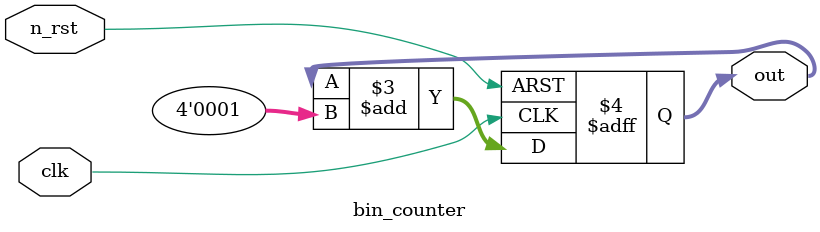
<source format=v>
module bin_counter(
    input clk,
    input n_rst,
    output reg [3:0] out
);

always @(posedge clk or negedge n_rst) begin
    if(!n_rst)
        out <= 4'b0000;
    else
        out <= out + 4'b0001;
end

endmodule

</source>
